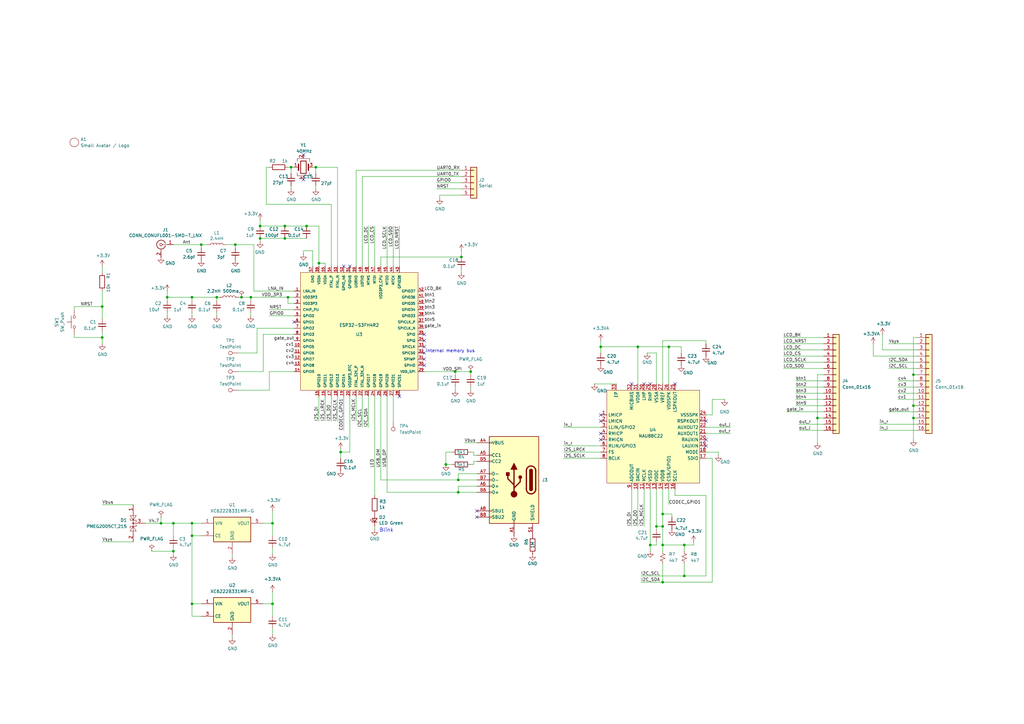
<source format=kicad_sch>
(kicad_sch (version 20250114) (generator "eeschema") (generator_version "9.0")
  (paper "A3")
  (title_block (title "S3 GTA Panel") (date "2023-08-13"))
  (text "Internal memory bus" (at 174.625 144.78 0) (effects (font (size 1.27 1.27)) (justify left bottom)))
  (text "Blink" (at 155.575 218.44 0) (effects (font (size 1.524 1.524)) (justify left bottom)))
  (junction (at 116.84 92.71))
  (junction (at 71.12 214.63))
  (junction (at 125.73 92.71))
  (junction (at 193.04 152.4))
  (junction (at 130.81 107.95))
  (junction (at 246.38 142.24))
  (junction (at 271.78 223.52))
  (junction (at 374.65 153.67))
  (junction (at 129.54 68.58))
  (junction (at 189.23 105.41))
  (junction (at 96.52 100.33))
  (junction (at 187.96 201.93))
  (junction (at 374.65 166.37))
  (junction (at 111.76 214.63))
  (junction (at 78.74 121.92))
  (junction (at 106.68 97.79))
  (junction (at 106.68 92.71))
  (junction (at 266.7 223.52))
  (junction (at 82.55 100.33))
  (junction (at 66.04 214.63))
  (junction (at 280.67 223.52))
  (junction (at 374.65 171.45))
  (junction (at 71.12 226.06))
  (junction (at 261.62 142.24))
  (junction (at 78.74 214.63))
  (junction (at 271.78 215.9))
  (junction (at 139.7 185.42))
  (junction (at 78.74 219.71))
  (junction (at 41.91 138.43))
  (junction (at 269.24 215.9))
  (junction (at 187.96 196.85))
  (junction (at 78.74 247.65))
  (junction (at 186.69 152.4))
  (junction (at 274.32 142.24))
  (junction (at 271.78 238.76))
  (junction (at 119.38 68.58))
  (junction (at 99.06 121.92))
  (junction (at 182.88 190.5))
  (junction (at 102.87 121.92))
  (junction (at 118.11 121.92))
  (junction (at 68.58 121.92))
  (junction (at 280.67 236.22))
  (junction (at 271.78 210.82))
  (junction (at 88.9 121.92))
  (junction (at 41.91 125.73))
  (junction (at 111.76 247.65))
  (junction (at 116.84 97.79))
  (junction (at 335.28 171.45))
  (no_connect (at 173.99 137.16))
  (no_connect (at 173.99 149.86))
  (no_connect (at 143.51 109.22))
  (no_connect (at 264.16 157.48))
  (no_connect (at 259.08 157.48))
  (no_connect (at 124.46 63.5))
  (no_connect (at 276.86 157.48))
  (no_connect (at 289.56 172.72))
  (no_connect (at 246.38 170.18))
  (no_connect (at 173.99 147.32))
  (no_connect (at 173.99 139.7))
  (no_connect (at 163.83 162.56))
  (no_connect (at 289.56 180.34))
  (no_connect (at 246.38 177.8))
  (no_connect (at 124.46 73.66))
  (no_connect (at 195.58 212.09))
  (no_connect (at 246.38 180.34))
  (no_connect (at 289.56 182.88))
  (no_connect (at 266.7 157.48))
  (no_connect (at 173.99 144.78))
  (no_connect (at 195.58 209.55))
  (no_connect (at 140.97 109.22))
  (no_connect (at 120.65 132.08))
  (no_connect (at 173.99 142.24))
  (no_connect (at 246.38 172.72))
  (wire (pts (xy 375.92 161.29) (xy 368.3 161.29)))
  (wire (pts (xy 326.39 158.75) (xy 337.82 158.75)))
  (wire (pts (xy 156.21 105.41) (xy 156.21 109.22)))
  (wire (pts (xy 161.29 92.71) (xy 161.29 109.22)))
  (wire (pts (xy 54.61 222.25) (xy 41.91 222.25)))
  (wire (pts (xy 119.38 71.12) (xy 119.38 68.58)))
  (wire (pts (xy 88.9 129.54) (xy 88.9 128.27)))
  (wire (pts (xy 327.66 173.99) (xy 337.82 173.99)))
  (wire (pts (xy 186.69 152.4) (xy 193.04 152.4)))
  (wire (pts (xy 107.95 214.63) (xy 111.76 214.63)))
  (wire (pts (xy 185.42 190.5) (xy 182.88 190.5)))
  (wire (pts (xy 266.7 223.52) (xy 266.7 226.06)))
  (wire (pts (xy 133.35 162.56) (xy 133.35 172.72)))
  (wire (pts (xy 143.51 162.56) (xy 143.51 185.42)))
  (wire (pts (xy 231.14 187.96) (xy 246.38 187.96)))
  (wire (pts (xy 261.62 142.24) (xy 261.62 157.48)))
  (wire (pts (xy 189.23 102.87) (xy 189.23 105.41)))
  (wire (pts (xy 128.27 102.87) (xy 128.27 109.22)))
  (wire (pts (xy 193.04 152.4) (xy 193.04 153.67)))
  (wire (pts (xy 185.42 185.42) (xy 182.88 185.42)))
  (wire (pts (xy 271.78 200.66) (xy 271.78 210.82)))
  (wire (pts (xy 269.24 215.9) (xy 269.24 217.17)))
  (wire (pts (xy 289.56 139.7) (xy 289.56 140.97)))
  (wire (pts (xy 375.92 140.97) (xy 364.49 140.97)))
  (wire (pts (xy 82.55 247.65) (xy 78.74 247.65)))
  (wire (pts (xy 326.39 156.21) (xy 337.82 156.21)))
  (wire (pts (xy 82.55 252.73) (xy 78.74 252.73)))
  (wire (pts (xy 358.14 146.05) (xy 375.92 146.05)))
  (wire (pts (xy 158.75 201.93) (xy 187.96 201.93)))
  (wire (pts (xy 41.91 138.43) (xy 41.91 135.89)))
  (wire (pts (xy 153.67 162.56) (xy 153.67 203.2)))
  (wire (pts (xy 59.69 214.63) (xy 66.04 214.63)))
  (wire (pts (xy 129.54 77.47) (xy 129.54 76.2)))
  (wire (pts (xy 361.95 143.51) (xy 361.95 137.16)))
  (wire (pts (xy 271.78 223.52) (xy 271.78 226.06)))
  (wire (pts (xy 85.09 100.33) (xy 82.55 100.33)))
  (wire (pts (xy 243.84 157.48) (xy 252.73 157.48)))
  (wire (pts (xy 276.86 203.2) (xy 276.86 200.66)))
  (wire (pts (xy 190.5 181.61) (xy 195.58 181.61)))
  (wire (pts (xy 138.43 162.56) (xy 138.43 172.72)))
  (wire (pts (xy 173.99 152.4) (xy 186.69 152.4)))
  (wire (pts (xy 374.65 171.45) (xy 375.92 171.45)))
  (wire (pts (xy 374.65 166.37) (xy 375.92 166.37)))
  (wire (pts (xy 292.1 187.96) (xy 289.56 187.96)))
  (wire (pts (xy 158.75 92.71) (xy 158.75 109.22)))
  (wire (pts (xy 271.78 215.9) (xy 271.78 223.52)))
  (wire (pts (xy 284.48 222.25) (xy 284.48 223.52)))
  (wire (pts (xy 128.27 68.58) (xy 129.54 68.58)))
  (wire (pts (xy 111.76 247.65) (xy 111.76 252.73)))
  (wire (pts (xy 246.38 175.26) (xy 231.14 175.26)))
  (wire (pts (xy 135.89 162.56) (xy 135.89 172.72)))
  (wire (pts (xy 146.05 69.85) (xy 189.23 69.85)))
  (wire (pts (xy 374.65 180.34) (xy 374.65 171.45)))
  (wire (pts (xy 269.24 200.66) (xy 269.24 215.9)))
  (wire (pts (xy 119.38 68.58) (xy 120.65 68.58)))
  (wire (pts (xy 337.82 148.59) (xy 321.31 148.59)))
  (wire (pts (xy 276.86 203.2) (xy 289.56 203.2)))
  (wire (pts (xy 269.24 222.25) (xy 269.24 223.52)))
  (wire (pts (xy 116.84 92.71) (xy 106.68 92.71)))
  (wire (pts (xy 180.34 81.28) (xy 180.34 80.01)))
  (wire (pts (xy 130.81 107.95) (xy 130.81 109.22)))
  (wire (pts (xy 294.64 185.42) (xy 294.64 186.69)))
  (wire (pts (xy 82.55 100.33) (xy 82.55 101.6)))
  (wire (pts (xy 71.12 226.06) (xy 71.12 227.33)))
  (wire (pts (xy 327.66 176.53) (xy 337.82 176.53)))
  (wire (pts (xy 299.72 177.8) (xy 289.56 177.8)))
  (wire (pts (xy 105.41 134.62) (xy 105.41 144.78)))
  (wire (pts (xy 68.58 121.92) (xy 68.58 119.38)))
  (wire (pts (xy 135.89 83.82) (xy 135.89 109.22)))
  (wire (pts (xy 358.14 146.05) (xy 358.14 140.97)))
  (wire (pts (xy 161.29 162.56) (xy 161.29 172.72)))
  (wire (pts (xy 109.22 68.58) (xy 109.22 83.82)))
  (wire (pts (xy 274.32 200.66) (xy 274.32 207.01)))
  (wire (pts (xy 109.22 68.58) (xy 110.49 68.58)))
  (wire (pts (xy 30.48 138.43) (xy 30.48 137.16)))
  (wire (pts (xy 275.59 210.82) (xy 271.78 210.82)))
  (wire (pts (xy 186.69 158.75) (xy 186.69 160.02)))
  (wire (pts (xy 337.82 146.05) (xy 321.31 146.05)))
  (wire (pts (xy 194.31 186.69) (xy 194.31 185.42)))
  (wire (pts (xy 187.96 196.85) (xy 187.96 194.31)))
  (wire (pts (xy 271.78 157.48) (xy 271.78 139.7)))
  (wire (pts (xy 195.58 199.39) (xy 187.96 199.39)))
  (wire (pts (xy 78.74 252.73) (xy 78.74 247.65)))
  (wire (pts (xy 111.76 224.79) (xy 111.76 227.33)))
  (wire (pts (xy 375.92 163.83) (xy 368.3 163.83)))
  (wire (pts (xy 66.04 214.63) (xy 71.12 214.63)))
  (wire (pts (xy 107.95 247.65) (xy 111.76 247.65)))
  (wire (pts (xy 62.23 226.06) (xy 71.12 226.06)))
  (wire (pts (xy 104.14 119.38) (xy 120.65 119.38)))
  (wire (pts (xy 246.38 142.24) (xy 261.62 142.24)))
  (wire (pts (xy 30.48 125.73) (xy 41.91 125.73)))
  (wire (pts (xy 195.58 186.69) (xy 194.31 186.69)))
  (wire (pts (xy 274.32 157.48) (xy 274.32 142.24)))
  (wire (pts (xy 143.51 185.42) (xy 139.7 185.42)))
  (wire (pts (xy 130.81 107.95) (xy 133.35 107.95)))
  (wire (pts (xy 259.08 215.9) (xy 259.08 200.66)))
  (wire (pts (xy 30.48 125.73) (xy 30.48 127)))
  (wire (pts (xy 99.06 121.92) (xy 102.87 121.92)))
  (wire (pts (xy 106.68 90.17) (xy 106.68 92.71)))
  (wire (pts (xy 68.58 129.54) (xy 68.58 128.27)))
  (wire (pts (xy 96.52 100.33) (xy 104.14 100.33)))
  (wire (pts (xy 71.12 214.63) (xy 78.74 214.63)))
  (wire (pts (xy 231.14 185.42) (xy 246.38 185.42)))
  (wire (pts (xy 186.69 152.4) (xy 186.69 153.67)))
  (wire (pts (xy 92.71 100.33) (xy 96.52 100.33)))
  (wire (pts (xy 275.59 212.09) (xy 275.59 210.82)))
  (wire (pts (xy 156.21 196.85) (xy 187.96 196.85)))
  (wire (pts (xy 41.91 119.38) (xy 41.91 125.73)))
  (wire (pts (xy 119.38 77.47) (xy 119.38 76.2)))
  (wire (pts (xy 189.23 77.47) (xy 179.07 77.47)))
  (wire (pts (xy 163.83 92.71) (xy 163.83 109.22)))
  (wire (pts (xy 105.41 144.78) (xy 97.79 144.78)))
  (wire (pts (xy 125.73 92.71) (xy 130.81 92.71)))
  (wire (pts (xy 97.79 121.92) (xy 99.06 121.92)))
  (wire (pts (xy 129.54 68.58) (xy 138.43 68.58)))
  (wire (pts (xy 195.58 201.93) (xy 187.96 201.93)))
  (wire (pts (xy 271.78 238.76) (xy 292.1 238.76)))
  (wire (pts (xy 274.32 142.24) (xy 261.62 142.24)))
  (wire (pts (xy 189.23 74.93) (xy 179.07 74.93)))
  (wire (pts (xy 194.31 185.42) (xy 193.04 185.42)))
  (wire (pts (xy 271.78 139.7) (xy 289.56 139.7)))
  (wire (pts (xy 95.25 227.33) (xy 95.25 228.6)))
  (wire (pts (xy 107.95 137.16) (xy 120.65 137.16)))
  (wire (pts (xy 374.65 153.67) (xy 374.65 166.37)))
  (wire (pts (xy 118.11 68.58) (xy 119.38 68.58)))
  (wire (pts (xy 102.87 123.19) (xy 102.87 121.92)))
  (wire (pts (xy 266.7 223.52) (xy 269.24 223.52)))
  (wire (pts (xy 110.49 152.4) (xy 110.49 160.02)))
  (wire (pts (xy 292.1 163.83) (xy 297.18 163.83)))
  (wire (pts (xy 78.74 247.65) (xy 78.74 219.71)))
  (wire (pts (xy 193.04 160.02) (xy 193.04 158.75)))
  (wire (pts (xy 284.48 223.52) (xy 280.67 223.52)))
  (wire (pts (xy 139.7 185.42) (xy 139.7 184.15)))
  (wire (pts (xy 138.43 68.58) (xy 138.43 109.22)))
  (wire (pts (xy 279.4 142.24) (xy 279.4 144.78)))
  (wire (pts (xy 246.38 139.7) (xy 246.38 142.24)))
  (wire (pts (xy 41.91 207.01) (xy 54.61 207.01)))
  (wire (pts (xy 156.21 196.85) (xy 156.21 162.56)))
  (wire (pts (xy 194.31 189.23) (xy 194.31 190.5)))
  (wire (pts (xy 337.82 153.67) (xy 335.28 153.67)))
  (wire (pts (xy 111.76 257.81) (xy 111.76 260.35)))
  (wire (pts (xy 375.92 158.75) (xy 368.3 158.75)))
  (wire (pts (xy 289.56 236.22) (xy 280.67 236.22)))
  (wire (pts (xy 110.49 160.02) (xy 97.79 160.02)))
  (wire (pts (xy 153.67 92.71) (xy 153.67 109.22)))
  (wire (pts (xy 187.96 201.93) (xy 187.96 199.39)))
  (wire (pts (xy 271.78 231.14) (xy 271.78 238.76)))
  (wire (pts (xy 153.67 215.9) (xy 153.67 217.17)))
  (wire (pts (xy 337.82 143.51) (xy 321.31 143.51)))
  (wire (pts (xy 271.78 210.82) (xy 271.78 215.9)))
  (wire (pts (xy 337.82 151.13) (xy 321.31 151.13)))
  (wire (pts (xy 156.21 105.41) (xy 189.23 105.41)))
  (wire (pts (xy 120.65 134.62) (xy 105.41 134.62)))
  (wire (pts (xy 262.89 238.76) (xy 271.78 238.76)))
  (wire (pts (xy 133.35 107.95) (xy 133.35 109.22)))
  (wire (pts (xy 41.91 130.81) (xy 41.91 125.73)))
  (wire (pts (xy 266.7 200.66) (xy 266.7 223.52)))
  (wire (pts (xy 299.72 175.26) (xy 289.56 175.26)))
  (wire (pts (xy 269.24 215.9) (xy 271.78 215.9)))
  (wire (pts (xy 374.65 171.45) (xy 374.65 166.37)))
  (wire (pts (xy 110.49 129.54) (xy 120.65 129.54)))
  (wire (pts (xy 337.82 138.43) (xy 321.31 138.43)))
  (wire (pts (xy 102.87 121.92) (xy 118.11 121.92)))
  (wire (pts (xy 375.92 176.53) (xy 360.68 176.53)))
  (wire (pts (xy 375.92 168.91) (xy 364.49 168.91)))
  (wire (pts (xy 118.11 124.46) (xy 118.11 121.92)))
  (wire (pts (xy 364.49 151.13) (xy 375.92 151.13)))
  (wire (pts (xy 140.97 162.56) (xy 140.97 176.53)))
  (wire (pts (xy 78.74 129.54) (xy 78.74 128.27)))
  (wire (pts (xy 78.74 219.71) (xy 82.55 219.71)))
  (wire (pts (xy 146.05 69.85) (xy 146.05 109.22)))
  (wire (pts (xy 326.39 166.37) (xy 337.82 166.37)))
  (wire (pts (xy 71.12 214.63) (xy 71.12 219.71)))
  (wire (pts (xy 139.7 185.42) (xy 139.7 187.96)))
  (wire (pts (xy 274.32 142.24) (xy 279.4 142.24)))
  (wire (pts (xy 96.52 100.33) (xy 96.52 101.6)))
  (wire (pts (xy 158.75 162.56) (xy 158.75 201.93)))
  (wire (pts (xy 374.65 138.43) (xy 374.65 153.67)))
  (wire (pts (xy 337.82 168.91) (xy 322.58 168.91)))
  (wire (pts (xy 78.74 121.92) (xy 68.58 121.92)))
  (wire (pts (xy 104.14 100.33) (xy 104.14 119.38)))
  (wire (pts (xy 109.22 83.82) (xy 135.89 83.82)))
  (wire (pts (xy 118.11 121.92) (xy 120.65 121.92)))
  (wire (pts (xy 129.54 68.58) (xy 129.54 71.12)))
  (wire (pts (xy 375.92 156.21) (xy 368.3 156.21)))
  (wire (pts (xy 41.91 140.97) (xy 41.91 138.43)))
  (wire (pts (xy 374.65 138.43) (xy 375.92 138.43)))
  (wire (pts (xy 78.74 121.92) (xy 88.9 121.92)))
  (wire (pts (xy 374.65 153.67) (xy 375.92 153.67)))
  (wire (pts (xy 120.65 124.46) (xy 118.11 124.46)))
  (wire (pts (xy 292.1 187.96) (xy 292.1 238.76)))
  (wire (pts (xy 269.24 144.78) (xy 265.43 144.78)))
  (wire (pts (xy 90.17 121.92) (xy 88.9 121.92)))
  (wire (pts (xy 326.39 161.29) (xy 337.82 161.29)))
  (wire (pts (xy 335.28 153.67) (xy 335.28 171.45)))
  (wire (pts (xy 280.67 223.52) (xy 271.78 223.52)))
  (wire (pts (xy 289.56 170.18) (xy 292.1 170.18)))
  (wire (pts (xy 111.76 247.65) (xy 111.76 242.57)))
  (wire (pts (xy 337.82 140.97) (xy 321.31 140.97)))
  (wire (pts (xy 130.81 92.71) (xy 130.81 107.95)))
  (wire (pts (xy 68.58 123.19) (xy 68.58 121.92)))
  (wire (pts (xy 116.84 92.71) (xy 125.73 92.71)))
  (wire (pts (xy 116.84 97.79) (xy 125.73 97.79)))
  (wire (pts (xy 269.24 157.48) (xy 269.24 144.78)))
  (wire (pts (xy 361.95 143.51) (xy 375.92 143.51)))
  (wire (pts (xy 78.74 214.63) (xy 82.55 214.63)))
  (wire (pts (xy 124.46 102.87) (xy 124.46 104.14)))
  (wire (pts (xy 261.62 215.9) (xy 261.62 200.66)))
  (wire (pts (xy 189.23 110.49) (xy 189.23 111.76)))
  (wire (pts (xy 111.76 214.63) (xy 111.76 209.55)))
  (wire (pts (xy 292.1 170.18) (xy 292.1 163.83)))
  (wire (pts (xy 180.34 80.01) (xy 189.23 80.01)))
  (wire (pts (xy 151.13 162.56) (xy 151.13 175.26)))
  (wire (pts (xy 289.56 185.42) (xy 294.64 185.42)))
  (wire (pts (xy 107.95 137.16) (xy 107.95 152.4)))
  (wire (pts (xy 364.49 148.59) (xy 375.92 148.59)))
  (wire (pts (xy 148.59 72.39) (xy 189.23 72.39)))
  (wire (pts (xy 335.28 171.45) (xy 337.82 171.45)))
  (wire (pts (xy 194.31 190.5) (xy 193.04 190.5)))
  (wire (pts (xy 78.74 123.19) (xy 78.74 121.92)))
  (wire (pts (xy 246.38 182.88) (xy 231.14 182.88)))
  (wire (pts (xy 88.9 123.19) (xy 88.9 121.92)))
  (wire (pts (xy 375.92 173.99) (xy 360.68 173.99)))
  (wire (pts (xy 116.84 97.79) (xy 106.68 97.79)))
  (wire (pts (xy 195.58 194.31) (xy 187.96 194.31)))
  (wire (pts (xy 95.25 260.35) (xy 95.25 261.62)))
  (wire (pts (xy 82.55 100.33) (xy 71.12 100.33)))
  (wire (pts (xy 66.04 212.09) (xy 66.04 214.63)))
  (wire (pts (xy 102.87 129.54) (xy 102.87 128.27)))
  (wire (pts (xy 41.91 138.43) (xy 30.48 138.43)))
  (wire (pts (xy 148.59 72.39) (xy 148.59 109.22)))
  (wire (pts (xy 264.16 215.9) (xy 264.16 200.66)))
  (wire (pts (xy 78.74 219.71) (xy 78.74 214.63)))
  (wire (pts (xy 110.49 127) (xy 120.65 127)))
  (wire (pts (xy 146.05 162.56) (xy 146.05 172.72)))
  (wire (pts (xy 107.95 152.4) (xy 97.79 152.4)))
  (wire (pts (xy 280.67 236.22) (xy 280.67 231.14)))
  (wire (pts (xy 280.67 223.52) (xy 280.67 226.06)))
  (wire (pts (xy 326.39 163.83) (xy 337.82 163.83)))
  (wire (pts (xy 120.65 152.4) (xy 110.49 152.4)))
  (wire (pts (xy 246.38 142.24) (xy 246.38 144.78)))
  (wire (pts (xy 71.12 224.79) (xy 71.12 226.06)))
  (wire (pts (xy 262.89 236.22) (xy 280.67 236.22)))
  (wire (pts (xy 289.56 203.2) (xy 289.56 236.22)))
  (wire (pts (xy 195.58 196.85) (xy 187.96 196.85)))
  (wire (pts (xy 148.59 162.56) (xy 148.59 175.26)))
  (wire (pts (xy 195.58 189.23) (xy 194.31 189.23)))
  (wire (pts (xy 182.88 185.42) (xy 182.88 190.5)))
  (wire (pts (xy 128.27 102.87) (xy 124.46 102.87)))
  (wire (pts (xy 130.81 162.56) (xy 130.81 172.72)))
  (wire (pts (xy 41.91 109.22) (xy 41.91 111.76)))
  (wire (pts (xy 106.68 99.06) (xy 106.68 97.79)))
  (wire (pts (xy 151.13 92.71) (xy 151.13 109.22)))
  (wire (pts (xy 111.76 214.63) (xy 111.76 219.71)))
  (wire (pts (xy 335.28 171.45) (xy 335.28 181.61)))
  (label "Vbus" (at 41.91 207.01 0))
  (label "cv3" (at 368.3 158.75 0))
  (label "UART0_TX" (at 179.07 72.39 0))
  (label "NRST" (at 33.02 125.73 0))
  (label "VDD_3P3" (at 107.315 121.92 0))
  (label "LCD_CS" (at 153.67 92.71 270))
  (label "LNA_IN" (at 109.855 119.38 0))
  (label "I2C_SCL" (at 262.89 236.22 0))
  (label "VDD_SPI" (at 181.61 152.4 0))
  (label "LCD_NRST" (at 163.83 92.71 270))
  (label "out_r" (at 327.66 173.99 0))
  (label "LCD_DC" (at 321.31 143.51 0))
  (label "I2C_SCL" (at 148.59 175.26 90))
  (label "cv2" (at 120.65 144.78 180))
  (label "LCD_SCLK" (at 158.75 92.71 270))
  (label "btn2" (at 173.99 124.46 0))
  (label "out_l" (at 327.66 176.53 0))
  (label "btn1" (at 326.39 156.21 0))
  (label "Ant" (at 74.93 100.33 0))
  (label "Vsys" (at 41.91 222.25 0))
  (label "LCD_BK" (at 321.31 138.43 0))
  (label "GPIO0" (at 179.07 74.93 0))
  (label "I2S_DO" (at 261.62 215.9 90))
  (label "GPIO0" (at 110.49 129.54 0))
  (label "USB_DM" (at 156.21 191.77 90))
  (label "in_r" (at 360.68 173.99 0))
  (label "btn4" (at 326.39 163.83 0))
  (label "in_r" (at 231.14 182.88 0))
  (label "cv1" (at 368.3 163.83 0))
  (label "btn2" (at 326.39 158.75 0))
  (label "I2S_SCLK" (at 138.43 172.72 90))
  (label "out_r" (at 299.72 177.8 180))
  (label "gate_in" (at 322.58 168.91 0))
  (label "btn5" (at 173.99 132.08 0))
  (label "LCD_SCLK" (at 321.31 148.59 0))
  (label "I2S_MCLK" (at 146.05 172.72 90))
  (label "I2C_SDA" (at 151.13 175.26 90))
  (label "I2C_SDA" (at 364.49 148.59 0))
  (label "I2S_MCLK" (at 264.16 215.9 90))
  (label "LCD_CS" (at 321.31 146.05 0))
  (label "gate_out" (at 364.49 168.91 0))
  (label "NRST" (at 110.49 127 0))
  (label "LCD_SDO" (at 321.31 151.13 0))
  (label "LED" (at 153.67 191.77 90))
  (label "cv4" (at 120.65 149.86 180))
  (label "I2C_SDA" (at 262.89 238.76 0))
  (label "I2S_LRCK" (at 133.35 172.72 90))
  (label "btn1" (at 173.99 121.92 0))
  (label "I2C_SCL" (at 364.49 151.13 0))
  (label "out_l" (at 299.72 175.26 180))
  (label "I2S_DI" (at 130.81 172.72 90))
  (label "I2S_LRCK" (at 231.14 185.42 0))
  (label "cv4" (at 368.3 156.21 0))
  (label "LCD_BK" (at 173.99 119.38 0))
  (label "LCD_NRST" (at 321.31 140.97 0))
  (label "btn4" (at 173.99 129.54 0))
  (label "cv2" (at 368.3 161.29 0))
  (label "Vbus" (at 190.5 181.61 0))
  (label "btn3" (at 326.39 161.29 0))
  (label "I2S_DI" (at 259.08 215.9 90))
  (label "USB_DP" (at 158.75 184.15 270))
  (label "I2S_SCLK" (at 231.14 187.96 0))
  (label "V4.7" (at 60.96 214.63 0))
  (label "CODEC_GPIO1" (at 140.97 176.53 90))
  (label "in_l" (at 360.68 176.53 0))
  (label "gate_out" (at 120.65 139.7 180))
  (label "cv3" (at 120.65 147.32 180))
  (label "gate_in" (at 173.99 134.62 0))
  (label "cv1" (at 120.65 142.24 180))
  (label "I2S_DO" (at 135.89 172.72 90))
  (label "NRST" (at 179.07 77.47 0))
  (label "LCD_DC" (at 151.13 92.71 270))
  (label "UART0_RX" (at 179.07 69.85 0))
  (label "LCD_SDO" (at 161.29 92.71 270))
  (label "btn5" (at 326.39 166.37 0))
  (label "Vsys" (at 364.49 140.97 0))
  (label "btn3" (at 173.99 127 0))
  (label "CODEC_GPIO1" (at 274.32 207.01 0))
  (label "in_l" (at 231.14 175.26 0))
  (symbol (lib_id "power:GND") (at 71.12 227.33 0) (unit 1)
    (property "Reference" "#PWR06" (effects (hide yes)))
    (property "Value" "GND" (at 71.247 231.7242 0))
    (property "Description" "Power symbol creates a global label with name \"GND\" , ground" (effects (hide yes)))
  )
  (symbol (lib_id "power:GND") (at 111.76 227.33 0) (unit 1)
    (property "Reference" "#PWR017" (effects (hide yes)))
    (property "Value" "GND" (at 111.887 231.7242 0))
    (property "Description" "Power symbol creates a global label with name \"GND\" , ground" (effects (hide yes)))
  )
  (symbol (lib_id "Device:C_Small") (at 111.76 222.25 0) (unit 1)
    (property "Reference" "C10" (at 114.0968 221.0816 0) (effects (justify left)))
    (property "Value" "4.7uf" (at 114.0968 223.393 0) (effects (justify left)))
    (property "Footprint" "Capacitor_SMD:C_0402_1005Metric" (effects (hide yes)))
  )
  (symbol (lib_id "power:+3.3V") (at 111.76 209.55 0) (unit 1)
    (property "Reference" "#PWR016" (effects (hide yes)))
    (property "Value" "+3.3V" (at 112.141 205.1558 0))
    (property "Description" "Power symbol creates a global label with name \"+3.3V\"" (effects (hide yes)))
  )
  (symbol (lib_id "power:GND") (at 95.25 228.6 0) (unit 1)
    (property "Reference" "#PWR010" (effects (hide yes)))
    (property "Value" "GND" (at 95.377 232.9942 0))
    (property "Description" "Power symbol creates a global label with name \"GND\" , ground" (effects (hide yes)))
  )
  (symbol (lib_id "power:+3.3V") (at 284.48 222.25 0) (unit 1)
    (property "Reference" "#PWR041" (effects (hide yes)))
    (property "Value" "+3.3V" (at 284.861 217.8558 0))
    (property "Description" "Power symbol creates a global label with name \"+3.3V\"" (effects (hide yes)))
  )
  (symbol (lib_id "EMEB:CONN_CONUFL001-SMD-T_LNX") (at 66.04 100.33 0) (mirror y) (unit 1)
    (property "Reference" "J1" (at 67.8688 94.2848 0))
    (property "Value" "CONN_CONUFL001-SMD-T_LNX" (at 67.8688 96.5962 0))
    (property "Footprint" "EMEB:CONUFL001-SMD-T" (effects (hide yes)))
    (property "Description" "coaxial connector (BNC, SMA, SMB, SMC, Cinch/RCA, ...)" (effects (hide yes)))
  )
  (symbol (lib_id "Device:L") (at 88.9 100.33 90) (unit 1)
    (property "Reference" "L1" (at 88.9 95.504 90))
    (property "Value" "2.4nH" (at 88.9 97.8154 90))
    (property "Footprint" "Capacitor_SMD:C_0603_1608Metric" (effects (hide yes)))
  )
  (symbol (lib_id "power:GND") (at 96.52 106.68 0) (unit 1)
    (property "Reference" "#PWR012" (effects (hide yes)))
    (property "Value" "GND" (at 96.647 111.0742 0))
    (property "Description" "Power symbol creates a global label with name \"GND\" , ground" (effects (hide yes)))
  )
  (symbol (lib_id "Device:C_Small") (at 96.52 104.14 0) (unit 1)
    (property "Reference" "C7" (at 90.17 102.87 0) (effects (justify left)))
    (property "Value" "3pf" (at 88.9 105.41 0) (effects (justify left)))
    (property "Footprint" "Capacitor_SMD:C_0402_1005Metric" (effects (hide yes)))
  )
  (symbol (lib_id "power:GND") (at 82.55 106.68 0) (unit 1)
    (property "Reference" "#PWR08" (effects (hide yes)))
    (property "Value" "GND" (at 82.677 111.0742 0))
    (property "Description" "Power symbol creates a global label with name \"GND\" , ground" (effects (hide yes)))
  )
  (symbol (lib_id "Device:C_Small") (at 82.55 104.14 0) (unit 1)
    (property "Reference" "C5" (at 76.2 102.87 0) (effects (justify left)))
    (property "Value" "2.6pf" (at 74.93 105.41 0) (effects (justify left)))
    (property "Footprint" "Capacitor_SMD:C_0402_1005Metric" (effects (hide yes)))
  )
  (symbol (lib_id "power:+3.3V") (at 106.68 90.17 0) (mirror y) (unit 1)
    (property "Reference" "#PWR014" (effects (hide yes)))
    (property "Value" "+3.3V" (at 102.87 87.63 0))
    (property "Description" "Power symbol creates a global label with name \"+3.3V\"" (effects (hide yes)))
  )
  (symbol (lib_id "power:GND") (at 102.87 129.54 0) (unit 1)
    (property "Reference" "#PWR013" (effects (hide yes)))
    (property "Value" "GND" (at 102.743 133.858 0))
    (property "Description" "Power symbol creates a global label with name \"GND\" , ground" (effects (hide yes)))
  )
  (symbol (lib_id "power:GND") (at 119.38 77.47 0) (unit 1)
    (property "Reference" "#PWR020" (effects (hide yes)))
    (property "Value" "GND" (at 119.507 81.8642 0))
    (property "Description" "Power symbol creates a global label with name \"GND\" , ground" (effects (hide yes)))
  )
  (symbol (lib_id "power:GND") (at 279.4 149.86 0) (unit 1)
    (property "Reference" "#PWR040" (effects (hide yes)))
    (property "Value" "GND" (at 282.194 152.908 0))
    (property "Description" "Power symbol creates a global label with name \"GND\" , ground" (effects (hide yes)))
  )
  (symbol (lib_id "Device:C_Small") (at 116.84 95.25 0) (mirror y) (unit 1)
    (property "Reference" "C12" (at 114.3 93.98 0) (effects (justify left)))
    (property "Value" "100pf" (at 114.3 96.52 0) (effects (justify left)))
    (property "Footprint" "Capacitor_SMD:C_0402_1005Metric" (effects (hide yes)))
  )
  (symbol (lib_id "Connector_Generic:Conn_01x05") (at 194.31 74.93 0) (unit 1)
    (property "Reference" "J2" (at 196.342 73.8632 0) (effects (justify left)))
    (property "Value" "Serial" (at 196.342 76.1746 0) (effects (justify left)))
    (property "Footprint" "Connector_PinHeader_2.54mm:PinHeader_1x05_P2.54mm_Horizontal" (effects (hide yes)))
  )
  (symbol (lib_id "Switch:SW_Push") (at 30.48 132.08 90) (mirror x) (unit 1)
    (property "Reference" "SW1" (at 23.241 132.08 0))
    (property "Value" "SW_Push" (at 25.5524 132.08 0))
    (property "Footprint" "Button_Switch_SMD:SW_Push_1P1T_NO_CK_KMR2" (effects (hide yes)))
  )
  (symbol (lib_id "power:+3.3VA") (at 358.14 140.97 0) (unit 1)
    (property "Reference" "#PWR046" (effects (hide yes)))
    (property "Value" "+3.3VA" (at 357.378 136.906 0))
    (property "Description" "Power symbol creates a global label with name \"+3.3VA\"" (effects (hide yes)))
  )
  (symbol (lib_id "power:GND") (at 153.67 217.17 0) (unit 1)
    (property "Reference" "#PWR025" (effects (hide yes)))
    (property "Value" "GND" (at 153.67 220.98 0))
    (property "Description" "Power symbol creates a global label with name \"GND\" , ground" (effects (hide yes)))
  )
  (symbol (lib_id "Device:C_Small") (at 68.58 125.73 0) (unit 1)
    (property "Reference" "C2" (at 63.5 124.46 0) (effects (justify left)))
    (property "Value" "10uf" (at 60.96 127 0) (effects (justify left)))
    (property "Footprint" "Capacitor_SMD:C_0805_2012Metric" (effects (hide yes)))
    (property "JLC" "https://jlcpcb.com/partdetail/439567-GRM21BR61H106KE43L/C440198" (effects (hide yes)))
  )
  (symbol (lib_id "Connector:TestPoint") (at 161.29 172.72 180) (unit 1)
    (property "Reference" "TP4" (at 163.83 174.7519 0) (effects (justify right)))
    (property "Value" "TestPoint" (at 163.83 177.2919 0) (effects (justify right)))
    (property "Footprint" "TestPoint:TestPoint_Pad_D1.0mm" (effects (hide yes)))
    (property "Description" "test point" (effects (hide yes)))
  )
  (symbol (lib_id "power:GND") (at 186.69 160.02 0) (unit 1)
    (property "Reference" "#PWR028" (effects (hide yes)))
    (property "Value" "GND" (at 186.817 164.4142 0))
    (property "Description" "Power symbol creates a global label with name \"GND\" , ground" (effects (hide yes)))
  )
  (symbol (lib_id "Device:R") (at 189.23 185.42 90) (mirror x) (unit 1)
    (property "Reference" "R4" (at 189.23 187.452 90))
    (property "Value" "5k1" (at 189.23 185.42 90))
    (property "Footprint" "Resistor_SMD:R_0402_1005Metric" (effects (hide yes)))
  )
  (symbol (lib_id "Connector_Generic:Conn_01x16") (at 381 156.21 0) (unit 1)
    (property "Reference" "J5" (at 383.54 156.2099 0) (effects (justify left)))
    (property "Value" "Conn_01x16" (at 383.54 158.7499 0) (effects (justify left)))
    (property "Footprint" "Connector_PinHeader_2.54mm:PinHeader_1x16_P2.54mm_Vertical" (effects (hide yes)))
    (property "Description" "Generic connector, single row, 01x16, script generated (kicad-library-utils/schlib/autogen/connector/)" (effects (hide yes)))
  )
  (symbol (lib_id "Device:C_Small") (at 88.9 125.73 0) (unit 1)
    (property "Reference" "C6" (at 83.82 124.46 0) (effects (justify left)))
    (property "Value" "0.1uf" (at 81.28 127 0) (effects (justify left)))
    (property "Footprint" "Capacitor_SMD:C_0402_1005Metric" (effects (hide yes)))
    (property "JLC" "https://jlcpcb.com/partdetail/Yageo-CC0603KRX7R9BB104/C14663" (effects (hide yes)))
  )
  (symbol (lib_id "power:GND") (at 78.74 129.54 0) (unit 1)
    (property "Reference" "#PWR07" (effects (hide yes)))
    (property "Value" "GND" (at 78.867 133.9342 0))
    (property "Description" "Power symbol creates a global label with name \"GND\" , ground" (effects (hide yes)))
  )
  (symbol (lib_id "power:+3.3V") (at 361.95 137.16 0) (unit 1)
    (property "Reference" "#PWR047" (effects (hide yes)))
    (property "Value" "+3.3V" (at 362.331 132.7658 0))
    (property "Description" "Power symbol creates a global label with name \"+3.3V\"" (effects (hide yes)))
  )
  (symbol (lib_id "power:GND") (at 266.7 226.06 0) (unit 1)
    (property "Reference" "#PWR038" (effects (hide yes)))
    (property "Value" "GND" (at 263.398 228.092 0))
    (property "Description" "Power symbol creates a global label with name \"GND\" , ground" (effects (hide yes)))
  )
  (symbol (lib_id "power:GND") (at 124.46 104.14 0) (unit 1)
    (property "Reference" "#PWR021" (effects (hide yes)))
    (property "Value" "GND" (at 124.587 108.5342 0))
    (property "Description" "Power symbol creates a global label with name \"GND\" , ground" (effects (hide yes)))
  )
  (symbol (lib_id "power:+3.3V") (at 41.91 109.22 0) (unit 1)
    (property "Reference" "#PWR01" (effects (hide yes)))
    (property "Value" "+3.3V" (at 42.291 104.8258 0))
    (property "Description" "Power symbol creates a global label with name \"+3.3V\"" (effects (hide yes)))
  )
  (symbol (lib_id "Device:C_Small") (at 289.56 143.51 0) (unit 1)
    (property "Reference" "C24" (at 292.1 142.2463 0) (effects (justify left)))
    (property "Value" "4.7uf" (at 292.1 144.78 0) (effects (justify left)))
    (property "Footprint" "Capacitor_SMD:C_0402_1005Metric" (effects (hide yes)))
  )
  (symbol (lib_id "power:PWR_FLAG") (at 99.06 121.92 0) (unit 1)
    (property "Reference" "#FLG03" (effects (hide yes)))
    (property "Value" "PWR_FLAG" (effects (hide yes)))
  )
  (symbol (lib_id "Device:C_Small") (at 119.38 73.66 0) (unit 1)
    (property "Reference" "C13" (at 114.3 72.39 0) (effects (justify left)))
    (property "Value" "27pf" (at 111.76 74.93 0) (effects (justify left)))
    (property "Footprint" "Capacitor_SMD:C_0402_1005Metric" (effects (hide yes)))
    (property "JLC" "https://jlcpcb.com/partdetail/Yageo-CC0603JRNPO9BN270/C107045" (effects (hide yes)))
  )
  (symbol (lib_id "power:PWR_FLAG") (at 62.23 226.06 0) (unit 1)
    (property "Reference" "#FLG01" (effects (hide yes)))
    (property "Value" "PWR_FLAG" (at 62.23 220.98 0))
    (property "Description" "Special symbol for telling ERC where power comes from" (effects (hide yes)))
  )
  (symbol (lib_id "Connector:USB_C_Receptacle_USB2.0_16P") (at 210.82 196.85 0) (mirror y) (unit 1)
    (property "Reference" "J3" (at 222.25 196.8499 0) (effects (justify right)))
    (property "Value" "USB_C_Receptacle_USB2.0" (effects (hide yes)))
    (property "Footprint" "Connector_USB:USB_C_Receptacle_HRO_TYPE-C-31-M-12" (effects (hide yes)))
    (property "Datasheet" "https://www.usb.org/sites/default/files/documents/usb_type-c.zip" (effects (hide yes)))
    (property "Description" "USB 2.0-only 16P Type-C Receptacle connector" (effects (hide yes)))
  )
  (symbol (lib_id "Device:C_Small") (at 186.69 156.21 0) (unit 1)
    (property "Reference" "C17" (at 181.61 154.94 0) (effects (justify left)))
    (property "Value" "0.1uf" (at 179.07 157.48 0) (effects (justify left)))
    (property "Footprint" "Capacitor_SMD:C_0402_1005Metric" (effects (hide yes)))
    (property "JLC" "https://jlcpcb.com/partdetail/Yageo-CC0603KRX7R9BB104/C14663" (effects (hide yes)))
  )
  (symbol (lib_id "power:GND") (at 374.65 180.34 0) (unit 1)
    (property "Reference" "#PWR048" (effects (hide yes)))
    (property "Value" "GND" (at 374.777 184.7342 0))
    (property "Description" "Power symbol creates a global label with name \"GND\" , ground" (effects (hide yes)))
  )
  (symbol (lib_id "Device:C_Small") (at 193.04 156.21 0) (unit 1)
    (property "Reference" "C19" (at 195.58 154.94 0) (effects (justify left)))
    (property "Value" "1uf" (at 195.58 157.48 0) (effects (justify left)))
    (property "Footprint" "Capacitor_SMD:C_0402_1005Metric" (effects (hide yes)))
    (property "JLC" "https://jlcpcb.com/partdetail/16531-CL10A105KB8NNNC/C15849" (effects (hide yes)))
  )
  (symbol (lib_id "Device:L") (at 93.98 121.92 90) (unit 1)
    (property "Reference" "L2" (at 93.98 117.094 90))
    (property "Value" "2.2nH 500ma" (at 91.44 119.38 90))
    (property "Footprint" "Capacitor_SMD:C_0603_1608Metric" (effects (hide yes)))
  )
  (symbol (lib_id "Device:C_Small") (at 102.87 125.73 0) (unit 1)
    (property "Reference" "C8" (at 97.79 124.46 0) (effects (justify left)))
    (property "Value" "0.1uf" (at 95.25 127 0) (effects (justify left)))
    (property "Footprint" "Capacitor_SMD:C_0402_1005Metric" (effects (hide yes)))
    (property "JLC" "https://jlcpcb.com/partdetail/Yageo-CC0603KRX7R9BB104/C14663" (effects (hide yes)))
  )
  (symbol (lib_id "power:GND") (at 243.84 157.48 0) (unit 1)
    (property "Reference" "#PWR034" (effects (hide yes)))
    (property "Value" "GND" (at 246.888 160.274 0))
    (property "Description" "Power symbol creates a global label with name \"GND\" , ground" (effects (hide yes)))
  )
  (symbol (lib_id "power:+3.3VA") (at 246.38 139.7 0) (unit 1)
    (property "Reference" "#PWR035" (effects (hide yes)))
    (property "Value" "+3.3VA" (at 246.38 134.62 0))
    (property "Description" "Power symbol creates a global label with name \"+3.3VA\"" (effects (hide yes)))
  )
  (symbol (lib_id "power:GND") (at 275.59 217.17 0) (unit 1)
    (property "Reference" "#PWR039" (effects (hide yes)))
    (property "Value" "GND" (at 278.892 219.202 0))
    (property "Description" "Power symbol creates a global label with name \"GND\" , ground" (effects (hide yes)))
  )
  (symbol (lib_id "power:GND") (at 335.28 181.61 0) (unit 1)
    (property "Reference" "#PWR045" (effects (hide yes)))
    (property "Value" "GND" (at 335.407 186.0042 0))
    (property "Description" "Power symbol creates a global label with name \"GND\" , ground" (effects (hide yes)))
  )
  (symbol (lib_id "power:+3.3V") (at 189.23 102.87 0) (unit 1)
    (property "Reference" "#PWR029" (effects (hide yes)))
    (property "Value" "+3.3V" (at 193.04 100.33 0))
    (property "Description" "Power symbol creates a global label with name \"+3.3V\"" (effects (hide yes)))
  )
  (symbol (lib_id "Device:C_Small") (at 275.59 214.63 0) (unit 1)
    (property "Reference" "C22" (at 277.368 213.36 0) (effects (justify left)))
    (property "Value" "4.7uf" (at 276.86 216.662 0) (effects (justify left)))
    (property "Footprint" "Capacitor_SMD:C_0402_1005Metric" (effects (hide yes)))
  )
  (symbol (lib_id "power:GND") (at 106.68 99.06 0) (mirror y) (unit 1)
    (property "Reference" "#PWR015" (effects (hide yes)))
    (property "Value" "GND" (at 106.553 103.4542 0))
    (property "Description" "Power symbol creates a global label with name \"GND\" , ground" (effects (hide yes)))
  )
  (symbol (lib_id "Device:C_Small") (at 129.54 73.66 0) (unit 1)
    (property "Reference" "C15" (at 124.46 72.39 0) (effects (justify left)))
    (property "Value" "27pf" (at 131.572 75.184 0) (effects (justify left)))
    (property "Footprint" "Capacitor_SMD:C_0402_1005Metric" (effects (hide yes)))
    (property "JLC" "https://jlcpcb.com/partdetail/Yageo-CC0603JRNPO9BN270/C107045" (effects (hide yes)))
  )
  (symbol (lib_id "Connector:TestPoint") (at 97.79 160.02 90) (unit 1)
    (property "Reference" "TP3" (at 94.488 154.94 90))
    (property "Value" "TestPoint" (at 94.488 157.48 90))
    (property "Footprint" "TestPoint:TestPoint_Pad_D1.0mm" (effects (hide yes)))
    (property "Description" "test point" (effects (hide yes)))
  )
  (symbol (lib_id "Connector_Generic:Conn_01x16") (at 342.9 156.21 0) (unit 1)
    (property "Reference" "J4" (at 345.44 156.2099 0) (effects (justify left)))
    (property "Value" "Conn_01x16" (at 345.44 158.7499 0) (effects (justify left)))
    (property "Footprint" "Connector_PinHeader_2.54mm:PinHeader_1x16_P2.54mm_Vertical" (effects (hide yes)))
    (property "Description" "Generic connector, single row, 01x16, script generated (kicad-library-utils/schlib/autogen/connector/)" (effects (hide yes)))
  )
  (symbol (lib_id "Device:C_Small") (at 246.38 147.32 0) (unit 1)
    (property "Reference" "C20" (at 248.92 146.0563 0) (effects (justify left)))
    (property "Value" "4.7uf" (at 248.92 148.59 0) (effects (justify left)))
    (property "Footprint" "Capacitor_SMD:C_0402_1005Metric" (effects (hide yes)))
  )
  (symbol (lib_id "Device:C_Small") (at 269.24 219.71 0) (unit 1)
    (property "Reference" "C21" (at 261.62 218.44 0) (effects (justify left)))
    (property "Value" "4.7uf" (at 260.604 220.726 0) (effects (justify left)))
    (property "Footprint" "Capacitor_SMD:C_0402_1005Metric" (effects (hide yes)))
  )
  (symbol (lib_id "power:GND") (at 41.91 140.97 0) (unit 1)
    (property "Reference" "#PWR02" (effects (hide yes)))
    (property "Value" "GND" (at 42.037 145.3642 0))
    (property "Description" "Power symbol creates a global label with name \"GND\" , ground" (effects (hide yes)))
  )
  (symbol (lib_id "Device:R") (at 153.67 207.01 180) (unit 1)
    (property "Reference" "R3" (at 156.972 205.74 0))
    (property "Value" "1k" (at 156.718 208.026 0))
    (property "Footprint" "Resistor_SMD:R_0402_1005Metric" (effects (hide yes)))
  )
  (symbol (lib_id "Device:C_Small") (at 125.73 95.25 0) (unit 1)
    (property "Reference" "C14" (at 120.65 93.98 0) (effects (justify left)))
    (property "Value" "0.1uf" (at 118.11 96.52 0) (effects (justify left)))
    (property "Footprint" "Capacitor_SMD:C_0402_1005Metric" (effects (hide yes)))
    (property "JLC" "https://jlcpcb.com/partdetail/Yageo-CC0603KRX7R9BB104/C14663" (effects (hide yes)))
  )
  (symbol (lib_id "power:GND") (at 189.23 111.76 0) (unit 1)
    (property "Reference" "#PWR030" (effects (hide yes)))
    (property "Value" "GND" (at 189.357 116.1542 0))
    (property "Description" "Power symbol creates a global label with name \"GND\" , ground" (effects (hide yes)))
  )
  (symbol (lib_id "power:GND") (at 193.04 160.02 0) (unit 1)
    (property "Reference" "#PWR031" (effects (hide yes)))
    (property "Value" "GND" (at 193.167 164.4142 0))
    (property "Description" "Power symbol creates a global label with name \"GND\" , ground" (effects (hide yes)))
  )
  (symbol (lib_id "Device:R") (at 189.23 190.5 90) (mirror x) (unit 1)
    (property "Reference" "R5" (at 189.23 192.532 90))
    (property "Value" "5k1" (at 189.23 190.5 90))
    (property "Footprint" "Resistor_SMD:R_0402_1005Metric" (effects (hide yes)))
  )
  (symbol (lib_id "Device:LED_Small") (at 153.67 213.36 90) (unit 1)
    (property "Reference" "D2" (at 155.448 212.1916 90) (effects (justify right)))
    (property "Value" "LED Green" (at 155.448 214.503 90) (effects (justify right)))
    (property "Footprint" "LED_SMD:LED_0603_1608Metric" (effects (hide yes)))
    (property "Description" "Light emitting diode, small symbol" (effects (hide yes)))
    (property "Sim.Pin" "1=K 2=A" (effects (hide yes)))
  )
  (symbol (lib_id "power:GND") (at 88.9 129.54 0) (unit 1)
    (property "Reference" "#PWR09" (effects (hide yes)))
    (property "Value" "GND" (at 89.027 133.9342 0))
    (property "Description" "Power symbol creates a global label with name \"GND\" , ground" (effects (hide yes)))
  )
  (symbol (lib_id "power:GND") (at 182.88 190.5 0) (mirror y) (unit 1)
    (property "Reference" "#PWR027" (effects (hide yes)))
    (property "Value" "GND" (at 182.88 194.31 0))
    (property "Description" "Power symbol creates a global label with name \"GND\" , ground" (effects (hide yes)))
  )
  (symbol (lib_id "Device:R") (at 114.3 68.58 270) (unit 1)
    (property "Reference" "R2" (at 111.76 66.04 90))
    (property "Value" "1k" (at 116.84 66.04 90))
    (property "Footprint" "Resistor_SMD:R_0402_1005Metric" (effects (hide yes)))
    (property "JLC" "https://jlcpcb.com/partdetail/21904-0603WAF1001T5E/C21190" (effects (hide yes)))
  )
  (symbol (lib_id "power:GND") (at 95.25 261.62 0) (unit 1)
    (property "Reference" "#PWR011" (effects (hide yes)))
    (property "Value" "GND" (at 95.377 266.0142 0))
    (property "Description" "Power symbol creates a global label with name \"GND\" , ground" (effects (hide yes)))
  )
  (symbol (lib_id "Device:Crystal_GND24") (at 124.46 68.58 0) (unit 1)
    (property "Reference" "Y1" (at 124.46 59.4868 0))
    (property "Value" "40MHz" (at 124.714 61.976 0))
    (property "Footprint" "Crystal:Crystal_SMD_3225-4Pin_3.2x2.5mm" (effects (hide yes)))
    (property "Description" "Four pin crystal, GND on pins 2 and 4" (effects (hide yes)))
    (property "LCSC" "https://www.lcsc.com/product-detail/Crystals_JWT-CF4040M00012_C5765977.html" (effects (hide yes)))
  )
  (symbol (lib_id "Device:C_Small") (at 106.68 95.25 0) (mirror y) (unit 1)
    (property "Reference" "C9" (at 104.14 93.98 0) (effects (justify left)))
    (property "Value" "1uf" (at 104.14 96.52 0) (effects (justify left)))
    (property "Footprint" "Capacitor_SMD:C_0402_1005Metric" (effects (hide yes)))
    (property "JLC" "https://jlcpcb.com/partdetail/16531-CL10A105KB8NNNC/C15849" (effects (hide yes)))
  )
  (symbol (lib_id "Device:C_Small") (at 111.76 255.27 0) (unit 1)
    (property "Reference" "C11" (at 114.0968 254.1016 0) (effects (justify left)))
    (property "Value" "4.7uf" (at 114.0968 256.413 0) (effects (justify left)))
    (property "Footprint" "Capacitor_SMD:C_0402_1005Metric" (effects (hide yes)))
  )
  (symbol (lib_id "Device:C_Small") (at 78.74 125.73 0) (unit 1)
    (property "Reference" "C4" (at 73.66 124.46 0) (effects (justify left)))
    (property "Value" "1uf" (at 71.12 127 0) (effects (justify left)))
    (property "Footprint" "Capacitor_SMD:C_0402_1005Metric" (effects (hide yes)))
    (property "JLC" "https://jlcpcb.com/partdetail/16531-CL10A105KB8NNNC/C15849" (effects (hide yes)))
  )
  (symbol (lib_id "power:GND") (at 218.44 227.33 0) (mirror y) (unit 1)
    (property "Reference" "#PWR033" (effects (hide yes)))
    (property "Value" "GND" (at 218.44 231.14 0))
    (property "Description" "Power symbol creates a global label with name \"GND\" , ground" (effects (hide yes)))
  )
  (symbol (lib_id "power:GND") (at 289.56 146.05 0) (unit 1)
    (property "Reference" "#PWR042" (effects (hide yes)))
    (property "Value" "GND" (at 292.1 148.844 0))
    (property "Description" "Power symbol creates a global label with name \"GND\" , ground" (effects (hide yes)))
  )
  (symbol (lib_id "power:GND") (at 180.34 81.28 0) (unit 1)
    (property "Reference" "#PWR026" (effects (hide yes)))
    (property "Value" "GND" (at 180.467 85.6742 0))
    (property "Description" "Power symbol creates a global label with name \"GND\" , ground" (effects (hide yes)))
  )
  (symbol (lib_id "power:GND") (at 111.76 260.35 0) (unit 1)
    (property "Reference" "#PWR019" (effects (hide yes)))
    (property "Value" "GND" (at 111.887 264.7442 0))
    (property "Description" "Power symbol creates a global label with name \"GND\" , ground" (effects (hide yes)))
  )
  (symbol (lib_id "Diode:BAT54C") (at 54.61 214.63 90) (mirror x) (unit 1)
    (property "Reference" "D1" (at 52.07 213.3599 90) (effects (justify left)))
    (property "Value" "PMEG2005CT,215" (at 52.07 215.8999 90) (effects (justify left)))
    (property "Footprint" "Package_TO_SOT_SMD:SOT-23" (effects (hide yes)))
    (property "Datasheet" "http://www.diodes.com/_files/datasheets/ds11005.pdf" (effects (hide yes)))
  )
  (symbol (lib_id "EMEB:NAU8822_YG") (at 267.97 179.07 0) (unit 1)
    (property "Reference" "U4" (at 267.716 176.276 0))
    (property "Value" "NAU88C22" (at 266.954 178.816 0))
    (property "Footprint" "Package_DFN_QFN:QFN-32-1EP_5x5mm_P0.5mm_EP3.1x3.1mm" (effects (hide yes)))
  )
  (symbol (lib_id "Device:C_Small") (at 41.91 133.35 0) (unit 1)
    (property "Reference" "C1" (at 36.83 132.08 0) (effects (justify left)))
    (property "Value" "0.1uf" (at 34.29 134.62 0) (effects (justify left)))
    (property "Footprint" "Capacitor_SMD:C_0402_1005Metric" (effects (hide yes)))
    (property "JLC" "https://jlcpcb.com/partdetail/Yageo-CC0603KRX7R9BB104/C14663" (effects (hide yes)))
  )
  (symbol (lib_id "Device:C_Small") (at 139.7 190.5 0) (unit 1)
    (property "Reference" "C16" (at 140.97 189.23 0) (effects (justify left)))
    (property "Value" "0.1uf" (at 140.97 191.77 0) (effects (justify left)))
    (property "Footprint" "Capacitor_SMD:C_0402_1005Metric" (effects (hide yes)))
    (property "JLC" "https://jlcpcb.com/partdetail/Yageo-CC0603KRX7R9BB104/C14663" (effects (hide yes)))
  )
  (symbol (lib_id "power:+3.3V") (at 139.7 184.15 0) (unit 1)
    (property "Reference" "#PWR023" (effects (hide yes)))
    (property "Value" "+3.3V" (at 140.081 179.7558 0))
    (property "Description" "Power symbol creates a global label with name \"+3.3V\"" (effects (hide yes)))
  )
  (symbol (lib_id "EMEB:Avatar") (at 30.48 58.42 0) (unit 1)
    (property "Reference" "A1" (at 33.02 57.1499 0) (effects (justify left)))
    (property "Value" "Small Avatar / Logo" (at 33.02 59.6899 0) (effects (justify left)))
    (property "Footprint" "EMEB:avatar_small" (effects (hide yes)))
  )
  (symbol (lib_id "power:GND") (at 139.7 193.04 0) (unit 1)
    (property "Reference" "#PWR024" (effects (hide yes)))
    (property "Value" "GND" (at 135.89 194.31 0))
    (property "Description" "Power symbol creates a global label with name \"GND\" , ground" (effects (hide yes)))
  )
  (symbol (lib_id "Device:C_Small") (at 279.4 147.32 0) (unit 1)
    (property "Reference" "C23" (at 281.94 146.0563 0) (effects (justify left)))
    (property "Value" "4.7uf" (at 281.94 148.59 0) (effects (justify left)))
    (property "Footprint" "Capacitor_SMD:C_0402_1005Metric" (effects (hide yes)))
  )
  (symbol (lib_id "EMEB:ESP32-S3_emeb") (at 147.32 135.89 0) (unit 1)
    (property "Reference" "U3" (at 147.32 137.16 0))
    (property "Value" "ESP32-S3FH4R2" (at 147.32 133.35 0))
    (property "Footprint" "EMEB:ESP32-S3" (effects (hide yes)))
    (property "Datasheet" "https://www.espressif.com/sites/default/files/documentation/esp32-s2_datasheet_en.pdf" (effects (hide yes)))
    (property "ambient temperature range high" "+105°C" (effects (hide yes)))
    (property "ambient temperature range low" "-40°C" (effects (hide yes)))
    (property "automotive" "No" (effects (hide yes)))
    (property "bandwidth" "40MHz" (effects (hide yes)))
    (property "category" "IC" (effects (hide yes)))
    (property "data rate" "150Mbits/s" (effects (hide yes)))
    (property "device class L1" "Integrated Circuits (ICs)" (effects (hide yes)))
    (property "device class L2" "RF Semiconductors and Devices" (effects (hide yes)))
    (property "device class L3" "Transceivers" (effects (hide yes)))
    (property "digikey description" "RX TXRX MOD WIFI SURFACE MOUNT" (effects (hide yes)))
    (property "digikey part number" "1965-ESP32-S2TR-ND" (effects (hide yes)))
    (property "height" "0.9mm" (effects (hide yes)))
    (property "interface" "I2C,SPI,UART,USB,I2S,Other" (effects (hide yes)))
    (property "ipc land pattern name" "QFN40P700X700X85-56" (effects (hide yes)))
    (property "lead free" "Yes" (effects (hide yes)))
    (property "library id" "aeb43a67ce7aabf7" (effects (hide yes)))
    (property "manufacturer" "Espressif Systems" (effects (hide yes)))
    (property "max frequency" "2.4GHz" (effects (hide yes)))
    (property "max junction temp" "+125°C" (effects (hide yes)))
    (property "max supply voltage" "3.6V" (effects (hide yes)))
    (property "min supply voltage" "1.8V" (effects (hide yes)))
    (property "mouser part number" "356-ESP32-S2" (effects (hide yes)))
    (property "nominal supply current" "0.5A" (effects (hide yes)))
    (property "number of ADC channels" "20" (effects (hide yes)))
    (property "number of GPIO" "43" (effects (hide yes)))
    (property "package" "QFN56" (effects (hide yes)))
    (property "receiving current" "68mA" (effects (hide yes)))
    (property "rohs" "Yes" (effects (hide yes)))
    (property "sensitivity" "-97dBm" (effects (hide yes)))
    (property "standoff height" "0mm" (effects (hide yes)))
    (property "temperature range high" "+105°C" (effects (hide yes)))
    (property "temperature range low" "-40°C" (effects (hide yes)))
    (property "transmitting current" "310mA" (effects (hide yes)))
    (property "JLC" "https://jlcpcb.com/partdetail/EspressifSystems-ESP32S3FH4R2/C3013940" (effects (hide yes)))
  )
  (symbol (lib_id "power:+3.3VA") (at 111.76 242.57 0) (unit 1)
    (property "Reference" "#PWR018" (effects (hide yes)))
    (property "Value" "+3.3VA" (at 111.76 237.49 0))
    (property "Description" "Power symbol creates a global label with name \"+3.3VA\"" (effects (hide yes)))
  )
  (symbol (lib_id "Device:R") (at 41.91 115.57 180) (unit 1)
    (property "Reference" "R1" (at 44.45 113.03 90))
    (property "Value" "10k" (at 44.45 118.11 90))
    (property "Footprint" "Resistor_SMD:R_0402_1005Metric" (effects (hide yes)))
    (property "JLC" "https://jlcpcb.com/partdetail/26547-0603WAF1002T5E/C25804" (effects (hide yes)))
  )
  (symbol (lib_id "power:PWR_FLAG") (at 193.04 152.4 0) (unit 1)
    (property "Reference" "#FLG04" (effects (hide yes)))
    (property "Value" "PWR_FLAG" (at 193.04 147.32 0))
  )
  (symbol (lib_id "Device:C_Small") (at 189.23 107.95 0) (unit 1)
    (property "Reference" "C18" (at 184.15 106.68 0) (effects (justify left)))
    (property "Value" "0.1uf" (at 181.61 109.22 0) (effects (justify left)))
    (property "Footprint" "Capacitor_SMD:C_0402_1005Metric" (effects (hide yes)))
    (property "JLC" "https://jlcpcb.com/partdetail/Yageo-CC0603KRX7R9BB104/C14663" (effects (hide yes)))
  )
  (symbol (lib_id "Connector:TestPoint") (at 97.79 152.4 90) (unit 1)
    (property "Reference" "TP2" (at 94.488 147.32 90))
    (property "Value" "TestPoint" (at 94.488 149.86 90))
    (property "Footprint" "TestPoint:TestPoint_Pad_D1.0mm" (effects (hide yes)))
    (property "Description" "test point" (effects (hide yes)))
  )
  (symbol (lib_id "Device:R_Small_US") (at 271.78 228.6 180) (unit 1)
    (property "Reference" "R7" (at 274.32 227.33 0) (effects (justify right)))
    (property "Value" "4k7" (at 274.32 229.87 0) (effects (justify right)))
    (property "Footprint" "Resistor_SMD:R_0402_1005Metric" (effects (hide yes)))
  )
  (symbol (lib_id "power:GND") (at 210.82 219.71 0) (mirror y) (unit 1)
    (property "Reference" "#PWR032" (effects (hide yes)))
    (property "Value" "GND" (at 210.82 223.52 0))
    (property "Description" "Power symbol creates a global label with name \"GND\" , ground" (effects (hide yes)))
  )
  (symbol (lib_id "Connector:TestPoint") (at 97.79 144.78 90) (unit 1)
    (property "Reference" "TP1" (at 94.488 139.7 90))
    (property "Value" "TestPoint" (at 94.488 142.24 90))
    (property "Footprint" "TestPoint:TestPoint_Pad_D1.0mm" (effects (hide yes)))
    (property "Description" "test point" (effects (hide yes)))
  )
  (symbol (lib_id "power:GND") (at 68.58 129.54 0) (unit 1)
    (property "Reference" "#PWR05" (effects (hide yes)))
    (property "Value" "GND" (at 68.707 133.9342 0))
    (property "Description" "Power symbol creates a global label with name \"GND\" , ground" (effects (hide yes)))
  )
  (symbol (lib_id "power:GND") (at 294.64 186.69 0) (unit 1)
    (property "Reference" "#PWR043" (effects (hide yes)))
    (property "Value" "GND" (at 297.434 189.484 0))
    (property "Description" "Power symbol creates a global label with name \"GND\" , ground" (effects (hide yes)))
  )
  (symbol (lib_id "Regulator_Linear:XC6210B332MR") (at 95.25 250.19 0) (unit 1)
    (property "Reference" "U2" (at 95.25 240.03 0))
    (property "Value" "XC6222B331MR-G" (at 95.25 242.57 0))
    (property "Footprint" "Package_TO_SOT_SMD:SOT-23-5" (effects (hide yes)))
    (property "Datasheet" "https://www.torexsemi.com/file/xc6210/XC6210.pdf" (effects (hide yes)))
  )
  (symbol (lib_id "power:GND") (at 129.54 77.47 0) (unit 1)
    (property "Reference" "#PWR022" (effects (hide yes)))
    (property "Value" "GND" (at 129.667 81.8642 0))
    (property "Description" "Power symbol creates a global label with name \"GND\" , ground" (effects (hide yes)))
  )
  (symbol (lib_id "power:GND") (at 246.38 149.86 0) (unit 1)
    (property "Reference" "#PWR036" (effects (hide yes)))
    (property "Value" "GND" (at 249.428 152.654 0))
    (property "Description" "Power symbol creates a global label with name \"GND\" , ground" (effects (hide yes)))
  )
  (symbol (lib_id "power:GND") (at 265.43 144.78 0) (unit 1)
    (property "Reference" "#PWR037" (effects (hide yes)))
    (property "Value" "GND" (at 265.43 148.59 0))
    (property "Description" "Power symbol creates a global label with name \"GND\" , ground" (effects (hide yes)))
  )
  (symbol (lib_id "power:+3.3V") (at 68.58 119.38 0) (unit 1)
    (property "Reference" "#PWR04" (effects (hide yes)))
    (property "Value" "+3.3V" (at 64.77 118.11 0))
    (property "Description" "Power symbol creates a global label with name \"+3.3V\"" (effects (hide yes)))
  )
  (symbol (lib_id "Regulator_Linear:XC6210B332MR") (at 95.25 217.17 0) (unit 1)
    (property "Reference" "U1" (at 95.25 207.01 0))
    (property "Value" "XC6222B331MR-G" (at 95.25 209.55 0))
    (property "Footprint" "Package_TO_SOT_SMD:SOT-23-5" (effects (hide yes)))
    (property "Datasheet" "https://www.torexsemi.com/file/xc6210/XC6210.pdf" (effects (hide yes)))
  )
  (symbol (lib_id "power:GND") (at 297.18 163.83 0) (unit 1)
    (property "Reference" "#PWR044" (effects (hide yes)))
    (property "Value" "GND" (at 297.18 168.91 0))
    (property "Description" "Power symbol creates a global label with name \"GND\" , ground" (effects (hide yes)))
  )
  (symbol (lib_id "Device:C_Small") (at 71.12 222.25 0) (unit 1)
    (property "Reference" "C3" (at 73.4568 221.0816 0) (effects (justify left)))
    (property "Value" "4.7uf" (at 73.4568 223.393 0) (effects (justify left)))
    (property "Footprint" "Capacitor_SMD:C_0402_1005Metric" (effects (hide yes)))
  )
  (symbol (lib_id "power:GND") (at 66.04 105.41 0) (unit 1)
    (property "Reference" "#PWR03" (effects (hide yes)))
    (property "Value" "GND" (at 69.85 107.95 0))
    (property "Description" "Power symbol creates a global label with name \"GND\" , ground" (effects (hide yes)))
  )
  (symbol (lib_id "power:PWR_FLAG") (at 66.04 212.09 0) (unit 1)
    (property "Reference" "#FLG02" (effects (hide yes)))
    (property "Value" "PWR_FLAG" (at 66.04 207.01 0))
    (property "Description" "Special symbol for telling ERC where power comes from" (effects (hide yes)))
  )
  (symbol (lib_id "Device:R") (at 218.44 223.52 0) (mirror x) (unit 1)
    (property "Reference" "R6" (at 215.9 222.25 90))
    (property "Value" "1M" (at 218.44 223.52 90))
    (property "Footprint" "Resistor_SMD:R_0402_1005Metric" (effects (hide yes)))
  )
  (symbol (lib_id "Device:R_Small_US") (at 280.67 228.6 180) (unit 1)
    (property "Reference" "R8" (at 283.21 227.33 0) (effects (justify right)))
    (property "Value" "4k7" (at 283.21 229.87 0) (effects (justify right)))
    (property "Footprint" "Resistor_SMD:R_0402_1005Metric" (effects (hide yes)))
  )
)
</source>
